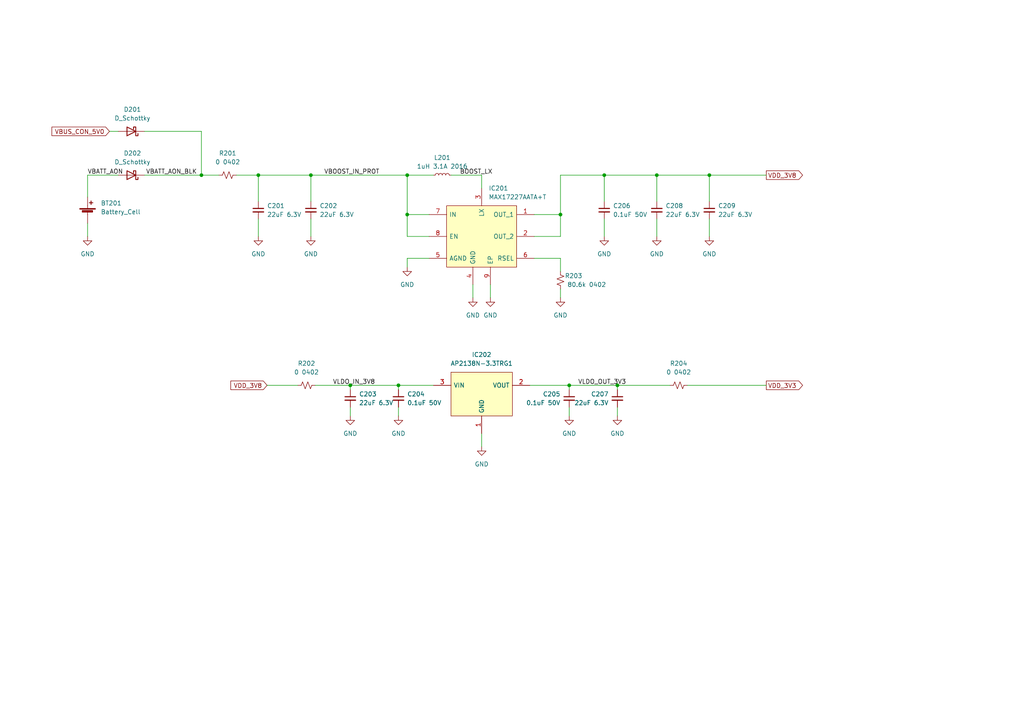
<source format=kicad_sch>
(kicad_sch (version 20211123) (generator eeschema)
  (paper "A4")
  (lib_symbols
    (symbol "Device:Battery_Cell" (pin_numbers hide) (pin_names (offset 0) hide)
      (property "Reference" "BT" (at 2.54 2.54 0))
      (property "Value" "Battery_Cell" (at 2.54 0 0))
      (symbol "Battery_Cell_0_1"
        (rectangle (start -2.286 1.778) (end 2.286 1.524) (fill (type outline)))
        (rectangle (start -1.5748 1.1938) (end 1.4732 0.6858) (fill (type outline)))
        (polyline (pts (xy 0 0.762) (xy 0 0)))
        (polyline (pts (xy 0 1.778) (xy 0 2.54)))
        (polyline (pts (xy 0.508 3.429) (xy 1.524 3.429)) (stroke (width 0.254)))
        (polyline (pts (xy 1.016 3.937) (xy 1.016 2.921)) (stroke (width 0.254)))
      )
      (symbol "Battery_Cell_1_1"
        (pin passive line (at 0 5.08 270) (length 2.54) (name "+") (number "1"))
        (pin passive line (at 0 -2.54 90) (length 2.54) (name "-") (number "2"))
      )
    )
    (symbol "Device:C_Small" (pin_numbers hide) (pin_names (offset 0.254) hide)
      (property "Reference" "C" (at 0.254 1.778 0))
      (property "Value" "C_Small" (at 0.254 -2.032 0))
      (symbol "C_Small_0_1"
        (polyline (pts (xy -1.524 -0.508) (xy 1.524 -0.508)) (stroke (width 0.3302)))
        (polyline (pts (xy -1.524 0.508) (xy 1.524 0.508)) (stroke (width 0.3048)))
      )
      (symbol "C_Small_1_1"
        (pin passive line (at 0 2.54 270) (length 2.032) (name "~") (number "1"))
        (pin passive line (at 0 -2.54 90) (length 2.032) (name "~") (number "2"))
      )
    )
    (symbol "Device:D_Schottky" (pin_numbers hide) (pin_names (offset 1.016) hide)
      (property "Reference" "D" (at 0 2.54 0))
      (property "Value" "D_Schottky" (at 0 -2.54 0))
      (symbol "D_Schottky_0_1"
        (polyline (pts (xy 1.27 0) (xy -1.27 0)))
        (polyline (pts (xy 1.27 1.27) (xy 1.27 -1.27) (xy -1.27 0) (xy 1.27 1.27)) (stroke (width 0.254)))
        (polyline (pts (xy -1.905 0.635) (xy -1.905 1.27) (xy -1.27 1.27) (xy -1.27 -1.27) (xy -0.635 -1.27) (xy -0.635 -0.635)) (stroke (width 0.254)))
      )
      (symbol "D_Schottky_1_1"
        (pin passive line (at -3.81 0 0) (length 2.54) (name "K") (number "1"))
        (pin passive line (at 3.81 0 180) (length 2.54) (name "A") (number "2"))
      )
    )
    (symbol "Device:L_Small" (pin_numbers hide) (pin_names (offset 0.254) hide)
      (property "Reference" "L" (at 0.762 1.016 0))
      (property "Value" "L_Small" (at 0.762 -1.016 0))
      (symbol "L_Small_0_1"
        (arc (start 0 -2.032) (mid 0.508 -1.524) (end 0 -1.016))
        (arc (start 0 -1.016) (mid 0.508 -0.508) (end 0 0))
        (arc (start 0 0) (mid 0.508 0.508) (end 0 1.016))
        (arc (start 0 1.016) (mid 0.508 1.524) (end 0 2.032))
      )
      (symbol "L_Small_1_1"
        (pin passive line (at 0 2.54 270) (length 0.508) (name "~") (number "1"))
        (pin passive line (at 0 -2.54 90) (length 0.508) (name "~") (number "2"))
      )
    )
    (symbol "Device:R_Small_US" (pin_numbers hide) (pin_names (offset 0.254) hide)
      (property "Reference" "R" (at 0.762 0.508 0))
      (property "Value" "R_Small_US" (at 0.762 -1.016 0))
      (symbol "R_Small_US_1_1"
        (polyline (pts (xy 0 0) (xy 1.016 -0.381) (xy 0 -0.762) (xy -1.016 -1.143) (xy 0 -1.524)))
        (polyline (pts (xy 0 1.524) (xy 1.016 1.143) (xy 0 0.762) (xy -1.016 0.381) (xy 0 0)))
        (pin passive line (at 0 2.54 270) (length 1.016) (name "~") (number "1"))
        (pin passive line (at 0 -2.54 90) (length 1.016) (name "~") (number "2"))
      )
    )
    (symbol "RK_Power_Management:MAX17227AATA+T" (pin_names (offset 0.762))
      (property "Reference" "IC" (at 26.67 7.62 0))
      (property "Value" "MAX17227AATA+T" (at 41.91 5.08 0))
      (symbol "MAX17227AATA+T_0_0"
        (pin passive line (at 30.48 0 180) (length 5.08) (name "OUT_1") (number "1"))
        (pin passive line (at 30.48 -6.35 180) (length 5.08) (name "OUT_2") (number "2"))
        (pin passive line (at 15.24 7.62 270) (length 5.08) (name "LX") (number "3"))
        (pin passive line (at 12.7 -20.32 90) (length 5.08) (name "GND") (number "4"))
        (pin passive line (at 0 -12.7 0) (length 5.08) (name "AGND") (number "5"))
        (pin passive line (at 30.48 -12.7 180) (length 5.08) (name "RSEL") (number "6"))
        (pin passive line (at 0 0 0) (length 5.08) (name "IN") (number "7"))
        (pin passive line (at 0 -6.35 0) (length 5.08) (name "EN") (number "8"))
        (pin passive line (at 17.78 -20.32 90) (length 5.08) (name "EP") (number "9"))
      )
      (symbol "MAX17227AATA+T_0_1"
        (polyline (pts (xy 5.08 2.54) (xy 25.4 2.54) (xy 25.4 -15.24) (xy 5.08 -15.24) (xy 5.08 2.54)) (stroke (width 0.1524)) (fill (type background)))
      )
    )
    (symbol "RK_Regulator_Linear:AP2138N-3.3TRG1" (pin_names (offset 0.762))
      (property "Reference" "IC" (at 24.13 7.62 0))
      (property "Value" "AP2138N-3.3TRG1" (at 30.48 5.08 0))
      (symbol "AP2138N-3.3TRG1_0_0"
        (pin passive line (at 0 -11.43 90) (length 5.08) (name "GND") (number "1"))
        (pin passive line (at 13.97 2.54 180) (length 5.08) (name "VOUT") (number "2"))
        (pin passive line (at -13.97 2.54 0) (length 5.08) (name "VIN") (number "3"))
      )
      (symbol "AP2138N-3.3TRG1_0_1"
        (polyline (pts (xy -8.89 6.35) (xy 8.89 6.35) (xy 8.89 -6.35) (xy -8.89 -6.35) (xy -8.89 6.35)) (stroke (width 0.1524)) (fill (type background)))
      )
    )
    (symbol "power:GND" (power) (pin_names (offset 0))
      (property "Value" "GND" (at 0 -3.81 0))
      (symbol "GND_0_1"
        (polyline (pts (xy 0 0) (xy 0 -1.27) (xy 1.27 -1.27) (xy 0 -2.54) (xy -1.27 -1.27) (xy 0 -1.27)))
      )
      (symbol "GND_1_1"
        (pin power_in line (at 0 0 270) (length 0) hide (name "GND") (number "1"))
      )
    )
  )
  (junction (at 118.11 62.23))
  (junction (at 162.56 62.23))
  (junction (at 115.57 111.76))
  (junction (at 101.6 111.76))
  (junction (at 179.07 111.76))
  (junction (at 74.93 50.8))
  (junction (at 58.42 50.8))
  (junction (at 175.26 50.8))
  (junction (at 165.1 111.76))
  (junction (at 205.74 50.8))
  (junction (at 118.11 50.8))
  (junction (at 190.5 50.8))
  (junction (at 90.17 50.8))
  (wire (pts (xy 118.11 50.8) (xy 118.11 62.23)))
  (wire (pts (xy 115.57 118.11) (xy 115.57 120.65)))
  (wire (pts (xy 31.75 38.1) (xy 34.29 38.1)))
  (wire (pts (xy 115.57 111.76) (xy 125.73 111.76)))
  (wire (pts (xy 41.91 38.1) (xy 58.42 38.1)))
  (wire (pts (xy 205.74 63.5) (xy 205.74 68.58)))
  (wire (pts (xy 68.58 50.8) (xy 74.93 50.8)))
  (wire (pts (xy 58.42 50.8) (xy 63.5 50.8)))
  (wire (pts (xy 91.44 111.76) (xy 101.6 111.76)))
  (wire (pts (xy 165.1 111.76) (xy 179.07 111.76)))
  (wire (pts (xy 118.11 62.23) (xy 118.11 68.58)))
  (wire (pts (xy 179.07 118.11) (xy 179.07 120.65)))
  (wire (pts (xy 162.56 83.82) (xy 162.56 86.36)))
  (wire (pts (xy 162.56 62.23) (xy 162.56 68.58)))
  (wire (pts (xy 118.11 62.23) (xy 124.46 62.23)))
  (wire (pts (xy 77.47 111.76) (xy 86.36 111.76)))
  (wire (pts (xy 179.07 113.03) (xy 179.07 111.76)))
  (wire (pts (xy 25.4 50.8) (xy 25.4 57.15)))
  (wire (pts (xy 90.17 58.42) (xy 90.17 50.8)))
  (wire (pts (xy 115.57 111.76) (xy 115.57 113.03)))
  (wire (pts (xy 162.56 74.93) (xy 162.56 78.74)))
  (wire (pts (xy 199.39 111.76) (xy 222.25 111.76)))
  (wire (pts (xy 139.7 50.8) (xy 139.7 54.61)))
  (wire (pts (xy 153.67 111.76) (xy 165.1 111.76)))
  (wire (pts (xy 142.24 82.55) (xy 142.24 86.36)))
  (wire (pts (xy 101.6 111.76) (xy 115.57 111.76)))
  (wire (pts (xy 125.73 50.8) (xy 118.11 50.8)))
  (wire (pts (xy 90.17 63.5) (xy 90.17 68.58)))
  (wire (pts (xy 124.46 68.58) (xy 118.11 68.58)))
  (wire (pts (xy 190.5 50.8) (xy 175.26 50.8)))
  (wire (pts (xy 165.1 118.11) (xy 165.1 120.65)))
  (wire (pts (xy 154.94 62.23) (xy 162.56 62.23)))
  (wire (pts (xy 205.74 50.8) (xy 205.74 58.42)))
  (wire (pts (xy 137.16 82.55) (xy 137.16 86.36)))
  (wire (pts (xy 205.74 50.8) (xy 222.25 50.8)))
  (wire (pts (xy 90.17 50.8) (xy 118.11 50.8)))
  (wire (pts (xy 179.07 111.76) (xy 194.31 111.76)))
  (wire (pts (xy 118.11 74.93) (xy 118.11 77.47)))
  (wire (pts (xy 162.56 68.58) (xy 154.94 68.58)))
  (wire (pts (xy 41.91 50.8) (xy 58.42 50.8)))
  (wire (pts (xy 162.56 50.8) (xy 162.56 62.23)))
  (wire (pts (xy 190.5 50.8) (xy 205.74 50.8)))
  (wire (pts (xy 139.7 125.73) (xy 139.7 129.54)))
  (wire (pts (xy 190.5 63.5) (xy 190.5 68.58)))
  (wire (pts (xy 175.26 50.8) (xy 175.26 58.42)))
  (wire (pts (xy 124.46 74.93) (xy 118.11 74.93)))
  (wire (pts (xy 175.26 63.5) (xy 175.26 68.58)))
  (wire (pts (xy 162.56 50.8) (xy 175.26 50.8)))
  (wire (pts (xy 101.6 111.76) (xy 101.6 113.03)))
  (wire (pts (xy 154.94 74.93) (xy 162.56 74.93)))
  (wire (pts (xy 74.93 50.8) (xy 74.93 58.42)))
  (wire (pts (xy 165.1 111.76) (xy 165.1 113.03)))
  (wire (pts (xy 74.93 63.5) (xy 74.93 68.58)))
  (wire (pts (xy 25.4 64.77) (xy 25.4 68.58)))
  (wire (pts (xy 101.6 118.11) (xy 101.6 120.65)))
  (wire (pts (xy 130.81 50.8) (xy 139.7 50.8)))
  (wire (pts (xy 34.29 50.8) (xy 25.4 50.8)))
  (wire (pts (xy 74.93 50.8) (xy 90.17 50.8)))
  (wire (pts (xy 190.5 58.42) (xy 190.5 50.8)))
  (wire (pts (xy 58.42 38.1) (xy 58.42 50.8)))
  (label "VBATT_AON" (at 25.4 50.8 0))
  (label "VLDO_IN_3V8" (at 96.52 111.76 0))
  (label "BOOST_LX" (at 133.35 50.8 0))
  (label "VLDO_OUT_3V3" (at 167.64 111.76 0))
  (label "VBATT_AON_BLK" (at 57.15 50.8 180))
  (label "VBOOST_IN_PROT" (at 93.98 50.8 0))
  (global_label "VBUS_CON_5V0" (shape input) (at 31.75 38.1 180) (property "Intersheet References" "${INTERSHEET_REFS}" (effects hide)))
  (global_label "VDD_3V8" (shape output) (at 222.25 50.8 0) (property "Intersheet References" "${INTERSHEET_REFS}" (effects hide)))
  (global_label "VDD_3V3" (shape output) (at 222.25 111.76 0) (property "Intersheet References" "${INTERSHEET_REFS}" (effects hide)))
  (global_label "VDD_3V8" (shape input) (at 77.47 111.76 180) (property "Intersheet References" "${INTERSHEET_REFS}" (effects hide)))
  (symbol (lib_id "Device:R_Small_US") (at 162.56 81.28 180) (unit 1)
    (property "Reference" "R203" (at 166.37 80.01 0))
    (property "Value" "80.6k 0402" (at 170.18 82.55 0))
    (property "Footprint" "Resistor_SMD:R_0402_1005Metric" (effects hide))
    (property "JLC_Cost" "0.0005" (effects hide))
    (property "JLC_MPN" "0402WGF8062TCE" (effects hide))
    (property "JLC_Manufacturer" "UNI-ROYAL(Uniroyal Elec)" (effects hide))
    (property "JLC_PN" "C25921" (effects hide))
    (property "JLC_Type" "Extended" (effects hide))
    (property "Description" "Res 0402 80.6kohm 1%" (effects hide))
  )
  (symbol (lib_id "power:GND") (at 142.24 86.36 0) (unit 1)
    (property "Reference" "#PWR0209" (effects hide))
    (property "Value" "GND" (at 142.24 91.44 0))
  )
  (symbol (lib_id "Device:R_Small_US") (at 88.9 111.76 90) (unit 1)
    (property "Reference" "R202" (at 88.9 105.41 90))
    (property "Value" "0 0402" (at 88.9 107.95 90))
    (property "Footprint" "Resistor_SMD:R_0402_1005Metric" (effects hide))
    (property "JLC_Cost" "0.0005" (effects hide))
    (property "JLC_MPN" "0402WGF0000TCE" (effects hide))
    (property "JLC_Manufacturer" "UNI-ROYAL(Uniroyal Elec)" (effects hide))
    (property "JLC_PN" "C17168" (effects hide))
    (property "JLC_Type" "Basic" (effects hide))
    (property "Description" "Res 0402 0ohm" (effects hide))
  )
  (symbol (lib_id "Device:C_Small") (at 179.07 115.57 0) (mirror y) (unit 1)
    (property "Reference" "C207" (at 176.53 114.3062 0) (effects (justify left)))
    (property "Value" "22uF 6.3V" (at 176.53 116.8462 0) (effects (justify left)))
    (property "Footprint" "Capacitor_SMD:C_0603_1608Metric" (effects hide))
    (property "JLC_Cost" "0.0044" (effects hide))
    (property "JLC_MPN" "CL10A226MQ8NRNC" (effects hide))
    (property "JLC_Manufacturer" "Samsung Electro-Mechanics" (effects hide))
    (property "JLC_PN" "C59461" (effects hide))
    (property "JLC_Type" "Basic" (effects hide))
    (property "Description" "MLCC 0603 X5R 22uF 6.3V" (effects hide))
  )
  (symbol (lib_id "Device:R_Small_US") (at 196.85 111.76 90) (unit 1)
    (property "Reference" "R204" (at 196.85 105.41 90))
    (property "Value" "0 0402" (at 196.85 107.95 90))
    (property "Footprint" "Resistor_SMD:R_0402_1005Metric" (effects hide))
    (property "JLC_Cost" "0.0005" (effects hide))
    (property "JLC_MPN" "0402WGF0000TCE" (effects hide))
    (property "JLC_Manufacturer" "UNI-ROYAL(Uniroyal Elec)" (effects hide))
    (property "JLC_PN" "C17168" (effects hide))
    (property "JLC_Type" "Basic" (effects hide))
    (property "Description" "Res 0402 0ohm" (effects hide))
  )
  (symbol (lib_id "Device:D_Schottky") (at 38.1 50.8 180) (unit 1)
    (property "Reference" "D202" (at 38.4175 44.45 0))
    (property "Value" "D_Schottky" (at 38.4175 46.99 0))
    (property "Footprint" "Diode_SMD:D_SOD-323" (effects hide))
    (property "JLC_Cost" "0.0147" (effects hide))
    (property "JLC_MPN" "1N5819WS" (effects hide))
    (property "JLC_Manufacturer" "Guangdong Hottech" (effects hide))
    (property "JLC_PN" "C191023" (effects hide))
    (property "JLC_Type" "Basic" (effects hide))
    (property "Description" "Diode Schottky SOD-323 40V" (effects hide))
  )
  (symbol (lib_id "Device:C_Small") (at 115.57 115.57 0) (unit 1)
    (property "Reference" "C204" (at 118.11 114.3062 0) (effects (justify left)))
    (property "Value" "0.1uF 50V" (at 118.11 116.8462 0) (effects (justify left)))
    (property "Footprint" "Capacitor_SMD:C_0402_1005Metric" (effects hide))
    (property "JLC_Cost" "0.0061" (effects hide))
    (property "JLC_MPN" "CL05B104KB54PNC" (effects hide))
    (property "JLC_Manufacturer" "Samsung Electro-Mechanics" (effects hide))
    (property "JLC_PN" "C307331" (effects hide))
    (property "JLC_Type" "Basic" (effects hide))
    (property "Description" "MLCC 0402 X7R 100nF 50V" (effects hide))
  )
  (symbol (lib_id "Device:Battery_Cell") (at 25.4 62.23 0) (unit 1)
    (property "Reference" "BT201" (at 29.21 58.9279 0) (effects (justify left)))
    (property "Value" "Battery_Cell" (at 29.21 61.4679 0) (effects (justify left)))
    (property "Footprint" "RK_Battery:BatteryHolder_Keystone_1128_1xCR123A_lifted" (effects hide))
    (property "DNU" "DNU" (effects hide))
    (property "Description" "Battery Holder 1xCR123A 1168" (effects hide))
    (property "Manufacturer_Name" "Keystone Electronics" (effects hide))
    (property "Manufacturer_Part_Number" "1128" (effects hide))
  )
  (symbol (lib_id "power:GND") (at 205.74 68.58 0) (unit 1)
    (property "Reference" "#PWR0215" (effects hide))
    (property "Value" "GND" (at 205.74 73.66 0))
  )
  (symbol (lib_id "power:GND") (at 90.17 68.58 0) (unit 1)
    (property "Reference" "#PWR0203" (effects hide))
    (property "Value" "GND" (at 90.17 73.66 0))
  )
  (symbol (lib_id "RK_Power_Management:MAX17227AATA+T") (at 124.46 62.23 0) (unit 1)
    (property "Reference" "IC201" (at 141.7194 54.61 0) (effects (justify left)))
    (property "Value" "MAX17227AATA+T" (at 141.7194 57.15 0) (effects (justify left)))
    (property "Footprint" "RK_Packages_DFN:TDFN-8-EP_2.0x2.0x0.80_P0.5mm" (effects hide))
    (property "Datasheet" "https://datasheets.maximintegrated.com/en/ds/MAX17227A.pdf" (effects hide))
    (property "Description" "2A nanoPower Boost Converter with Short-Circuit Protection and True Shutdown" (effects hide))
    (property "Height" "0.8" (effects hide))
    (property "Mouser Part Number" "700-MAX17227AATA+T" (effects hide))
    (property "Mouser Price/Stock" "https://www.mouser.co.uk/ProductDetail/Maxim-Integrated/MAX17227AATA%2bT?qs=GCAb4wyKXLJnKynEYH22xw%3D%3D" (effects hide))
    (property "Manufacturer_Name" "Maxim Integrated" (effects hide))
    (property "Manufacturer_Part_Number" "MAX17227AATA+T" (effects hide))
  )
  (symbol (lib_id "Device:C_Small") (at 74.93 60.96 0) (unit 1)
    (property "Reference" "C201" (at 77.47 59.6962 0) (effects (justify left)))
    (property "Value" "22uF 6.3V" (at 77.47 62.2362 0) (effects (justify left)))
    (property "Footprint" "Capacitor_SMD:C_0603_1608Metric" (effects hide))
    (property "JLC_Cost" "0.0044" (effects hide))
    (property "JLC_MPN" "CL10A226MQ8NRNC" (effects hide))
    (property "JLC_Manufacturer" "Samsung Electro-Mechanics" (effects hide))
    (property "JLC_PN" "C59461" (effects hide))
    (property "JLC_Type" "Basic" (effects hide))
    (property "Description" "MLCC 0603 X5R 22uF 6.3V" (effects hide))
  )
  (symbol (lib_id "power:GND") (at 101.6 120.65 0) (unit 1)
    (property "Reference" "#PWR0204" (effects hide))
    (property "Value" "GND" (at 101.6 125.73 0))
  )
  (symbol (lib_id "Device:L_Small") (at 128.27 50.8 90) (unit 1)
    (property "Reference" "L201" (at 128.27 45.72 90))
    (property "Value" "1uH 3.1A 2016" (at 128.27 48.26 90))
    (property "Footprint" "RK_Inductor_SMD:L_0806_2016Metric" (effects hide))
    (property "JLC_Cost" "0.0975" (effects hide))
    (property "JLC_MPN" "HEI201610K-1R0M-Q8DG" (effects hide))
    (property "JLC_Manufacturer" "Chilisin Elec" (effects hide))
    (property "JLC_PN" "C329576" (effects hide))
    (property "JLC_Type" "Extended" (effects hide))
    (property "Description" "Inductor 0806 1uH 3.1A" (effects hide))
  )
  (symbol (lib_id "power:GND") (at 179.07 120.65 0) (mirror y) (unit 1)
    (property "Reference" "#PWR0213" (effects hide))
    (property "Value" "GND" (at 179.07 125.73 0))
  )
  (symbol (lib_id "Device:R_Small_US") (at 66.04 50.8 90) (unit 1)
    (property "Reference" "R201" (at 66.04 44.45 90))
    (property "Value" "0 0402" (at 66.04 46.99 90))
    (property "Footprint" "Resistor_SMD:R_0402_1005Metric" (effects hide))
    (property "JLC_Cost" "0.0005" (effects hide))
    (property "JLC_MPN" "0402WGF0000TCE" (effects hide))
    (property "JLC_Manufacturer" "UNI-ROYAL(Uniroyal Elec)" (effects hide))
    (property "JLC_PN" "C17168" (effects hide))
    (property "JLC_Type" "Basic" (effects hide))
    (property "Description" "Res 0402 0ohm" (effects hide))
  )
  (symbol (lib_id "Device:C_Small") (at 90.17 60.96 0) (unit 1)
    (property "Reference" "C202" (at 92.71 59.6962 0) (effects (justify left)))
    (property "Value" "22uF 6.3V" (at 92.71 62.2362 0) (effects (justify left)))
    (property "Footprint" "Capacitor_SMD:C_0603_1608Metric" (effects hide))
    (property "JLC_Cost" "0.0044" (effects hide))
    (property "JLC_MPN" "CL10A226MQ8NRNC" (effects hide))
    (property "JLC_Manufacturer" "Samsung Electro-Mechanics" (effects hide))
    (property "JLC_PN" "C59461" (effects hide))
    (property "JLC_Type" "Basic" (effects hide))
    (property "Description" "MLCC 0603 X5R 22uF 6.3V" (effects hide))
  )
  (symbol (lib_id "power:GND") (at 118.11 77.47 0) (unit 1)
    (property "Reference" "#PWR0206" (effects hide))
    (property "Value" "GND" (at 118.11 82.55 0))
  )
  (symbol (lib_id "power:GND") (at 115.57 120.65 0) (unit 1)
    (property "Reference" "#PWR0205" (effects hide))
    (property "Value" "GND" (at 115.57 125.73 0))
  )
  (symbol (lib_id "power:GND") (at 139.7 129.54 0) (unit 1)
    (property "Reference" "#PWR0208" (effects hide))
    (property "Value" "GND" (at 139.7 134.62 0))
  )
  (symbol (lib_id "power:GND") (at 74.93 68.58 0) (unit 1)
    (property "Reference" "#PWR0202" (effects hide))
    (property "Value" "GND" (at 74.93 73.66 0))
  )
  (symbol (lib_id "Device:D_Schottky") (at 38.1 38.1 180) (unit 1)
    (property "Reference" "D201" (at 38.4175 31.75 0))
    (property "Value" "D_Schottky" (at 38.4175 34.29 0))
    (property "Footprint" "Diode_SMD:D_SOD-323" (effects hide))
    (property "JLC_Cost" "0.0147" (effects hide))
    (property "JLC_MPN" "1N5819WS" (effects hide))
    (property "JLC_Manufacturer" "Guangdong Hottech" (effects hide))
    (property "JLC_PN" "C191023" (effects hide))
    (property "JLC_Type" "Basic" (effects hide))
    (property "Description" "Diode Schottky SOD-323 40V" (effects hide))
  )
  (symbol (lib_id "Device:C_Small") (at 175.26 60.96 0) (unit 1)
    (property "Reference" "C206" (at 177.8 59.6962 0) (effects (justify left)))
    (property "Value" "0.1uF 50V" (at 177.8 62.2362 0) (effects (justify left)))
    (property "Footprint" "Capacitor_SMD:C_0402_1005Metric" (effects hide))
    (property "JLC_Cost" "0.0061" (effects hide))
    (property "JLC_MPN" "CL05B104KB54PNC" (effects hide))
    (property "JLC_Manufacturer" "Samsung Electro-Mechanics" (effects hide))
    (property "JLC_PN" "C307331" (effects hide))
    (property "JLC_Type" "Basic" (effects hide))
    (property "Description" "MLCC 0402 X7R 100nF 50V" (effects hide))
  )
  (symbol (lib_id "RK_Regulator_Linear:AP2138N-3.3TRG1") (at 139.7 114.3 0) (unit 1)
    (property "Reference" "IC202" (at 139.7 102.87 0))
    (property "Value" "AP2138N-3.3TRG1" (at 139.7 105.41 0))
    (property "Footprint" "RK_Packages_TO_SOT_SMD:SOT-23-3_DiodesINC" (effects hide))
    (property "Datasheet" "https://componentsearchengine.com/Datasheets/1/AP2138N-3.3TRG1.pdf" (effects hide))
    (property "Description" "250mA 3.3V Ultra Low IQ LDO Reg. SOT23 DiodesZetex AP2138N-3.3TRG1, Low Noise LDO Voltage Regulator, 250 (Min)mA, 3.3 V +/-2%, 2.5 to 6.6 Vin, 3-Pin SOT-23" (effects hide))
    (property "Height" "1.45" (effects hide))
    (property "Mouser Part Number" "621-AP2138N-3.3TRG1" (effects hide))
    (property "Mouser Price/Stock" "https://www.mouser.co.uk/ProductDetail/Diodes-Incorporated/AP2138N-33TRG1?qs=x6A8l6qLYDBcz2C%2Fey6rCQ%3D%3D" (effects hide))
    (property "Manufacturer_Name" "Diodes Inc." (effects hide))
    (property "Manufacturer_Part_Number" "AP2138N-3.3TRG1" (effects hide))
    (property "JLC_Cost" "0.2478" (effects hide))
    (property "JLC_MPN" "AP2138N-3.3TRG1" (effects hide))
    (property "JLC_Manufacturer" "Diodes Incorporated" (effects hide))
    (property "JLC_PN" "C154771" (effects hide))
    (property "JLC_Type" "Extended" (effects hide))
  )
  (symbol (lib_id "power:GND") (at 165.1 120.65 0) (mirror y) (unit 1)
    (property "Reference" "#PWR0211" (effects hide))
    (property "Value" "GND" (at 165.1 125.73 0))
  )
  (symbol (lib_id "power:GND") (at 137.16 86.36 0) (unit 1)
    (property "Reference" "#PWR0207" (effects hide))
    (property "Value" "GND" (at 137.16 91.44 0))
  )
  (symbol (lib_id "Device:C_Small") (at 101.6 115.57 0) (unit 1)
    (property "Reference" "C203" (at 104.14 114.3062 0) (effects (justify left)))
    (property "Value" "22uF 6.3V" (at 104.14 116.8462 0) (effects (justify left)))
    (property "Footprint" "Capacitor_SMD:C_0603_1608Metric" (effects hide))
    (property "JLC_Cost" "0.0044" (effects hide))
    (property "JLC_MPN" "CL10A226MQ8NRNC" (effects hide))
    (property "JLC_Manufacturer" "Samsung Electro-Mechanics" (effects hide))
    (property "JLC_PN" "C59461" (effects hide))
    (property "JLC_Type" "Basic" (effects hide))
    (property "Description" "MLCC 0603 X5R 22uF 6.3V" (effects hide))
  )
  (symbol (lib_id "power:GND") (at 25.4 68.58 0) (unit 1)
    (property "Reference" "#PWR0201" (effects hide))
    (property "Value" "GND" (at 25.4 73.66 0))
  )
  (symbol (lib_id "Device:C_Small") (at 190.5 60.96 0) (unit 1)
    (property "Reference" "C208" (at 193.04 59.6962 0) (effects (justify left)))
    (property "Value" "22uF 6.3V" (at 193.04 62.2362 0) (effects (justify left)))
    (property "Footprint" "Capacitor_SMD:C_0603_1608Metric" (effects hide))
    (property "JLC_Cost" "0.0044" (effects hide))
    (property "JLC_MPN" "CL10A226MQ8NRNC" (effects hide))
    (property "JLC_Manufacturer" "Samsung Electro-Mechanics" (effects hide))
    (property "JLC_PN" "C59461" (effects hide))
    (property "JLC_Type" "Basic" (effects hide))
    (property "Description" "MLCC 0603 X5R 22uF 6.3V" (effects hide))
  )
  (symbol (lib_id "Device:C_Small") (at 165.1 115.57 0) (mirror y) (unit 1)
    (property "Reference" "C205" (at 162.56 114.3062 0) (effects (justify left)))
    (property "Value" "0.1uF 50V" (at 162.56 116.8462 0) (effects (justify left)))
    (property "Footprint" "Capacitor_SMD:C_0402_1005Metric" (effects hide))
    (property "JLC_Cost" "0.0061" (effects hide))
    (property "JLC_MPN" "CL05B104KB54PNC" (effects hide))
    (property "JLC_Manufacturer" "Samsung Electro-Mechanics" (effects hide))
    (property "JLC_PN" "C307331" (effects hide))
    (property "JLC_Type" "Basic" (effects hide))
    (property "Description" "MLCC 0402 X7R 100nF 50V" (effects hide))
  )
  (symbol (lib_id "power:GND") (at 162.56 86.36 0) (unit 1)
    (property "Reference" "#PWR0210" (effects hide))
    (property "Value" "GND" (at 162.56 91.44 0))
  )
  (symbol (lib_id "power:GND") (at 190.5 68.58 0) (unit 1)
    (property "Reference" "#PWR0214" (effects hide))
    (property "Value" "GND" (at 190.5 73.66 0))
  )
  (symbol (lib_id "Device:C_Small") (at 205.74 60.96 0) (unit 1)
    (property "Reference" "C209" (at 208.28 59.6962 0) (effects (justify left)))
    (property "Value" "22uF 6.3V" (at 208.28 62.2362 0) (effects (justify left)))
    (property "Footprint" "Capacitor_SMD:C_0603_1608Metric" (effects hide))
    (property "JLC_Cost" "0.0044" (effects hide))
    (property "JLC_MPN" "CL10A226MQ8NRNC" (effects hide))
    (property "JLC_Manufacturer" "Samsung Electro-Mechanics" (effects hide))
    (property "JLC_PN" "C59461" (effects hide))
    (property "JLC_Type" "Basic" (effects hide))
    (property "Description" "MLCC 0603 X5R 22uF 6.3V" (effects hide))
  )
  (symbol (lib_id "power:GND") (at 175.26 68.58 0) (unit 1)
    (property "Reference" "#PWR0212" (effects hide))
    (property "Value" "GND" (at 175.26 73.66 0))
  )
)
</source>
